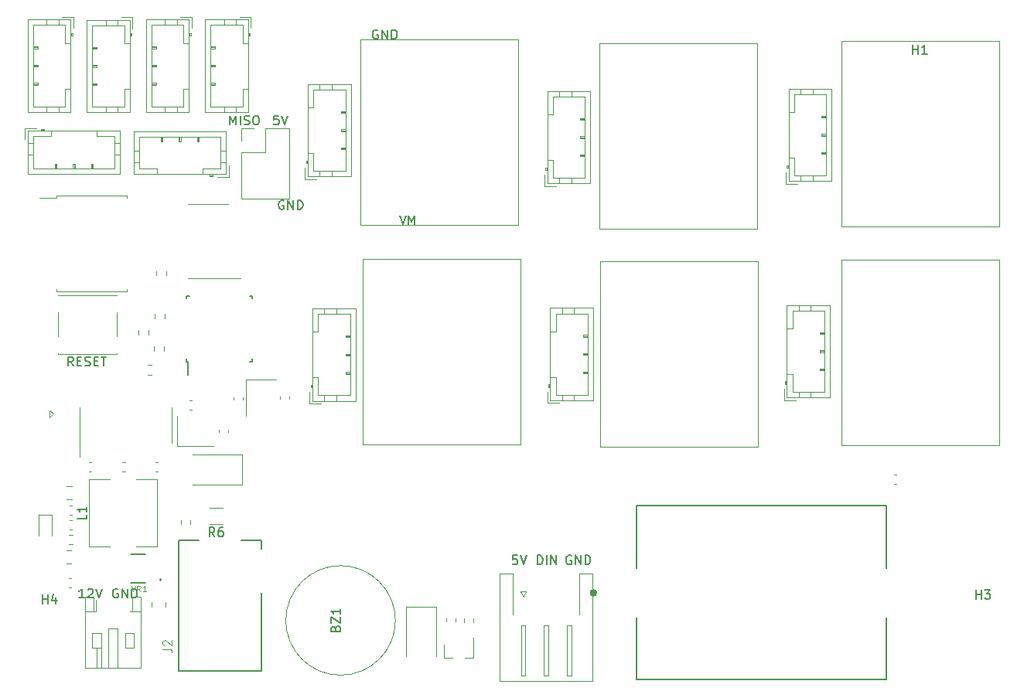
<source format=gbr>
%TF.GenerationSoftware,KiCad,Pcbnew,(6.0.6)*%
%TF.CreationDate,2022-07-28T15:02:35+08:00*%
%TF.ProjectId,Motor_clock,4d6f746f-725f-4636-9c6f-636b2e6b6963,rev?*%
%TF.SameCoordinates,Original*%
%TF.FileFunction,Legend,Top*%
%TF.FilePolarity,Positive*%
%FSLAX46Y46*%
G04 Gerber Fmt 4.6, Leading zero omitted, Abs format (unit mm)*
G04 Created by KiCad (PCBNEW (6.0.6)) date 2022-07-28 15:02:35*
%MOMM*%
%LPD*%
G01*
G04 APERTURE LIST*
%ADD10C,0.150000*%
%ADD11C,0.015000*%
%ADD12C,0.127000*%
%ADD13C,0.200000*%
%ADD14C,0.400000*%
%ADD15C,0.120000*%
G04 APERTURE END LIST*
D10*
X166590790Y-116428780D02*
X166590790Y-115428780D01*
X166828885Y-115428780D01*
X166971742Y-115476400D01*
X167066980Y-115571638D01*
X167114600Y-115666876D01*
X167162219Y-115857352D01*
X167162219Y-116000209D01*
X167114600Y-116190685D01*
X167066980Y-116285923D01*
X166971742Y-116381161D01*
X166828885Y-116428780D01*
X166590790Y-116428780D01*
X167590790Y-116428780D02*
X167590790Y-115428780D01*
X168066980Y-116428780D02*
X168066980Y-115428780D01*
X168638409Y-116428780D01*
X168638409Y-115428780D01*
X170281695Y-115476400D02*
X170186457Y-115428780D01*
X170043600Y-115428780D01*
X169900742Y-115476400D01*
X169805504Y-115571638D01*
X169757885Y-115666876D01*
X169710266Y-115857352D01*
X169710266Y-116000209D01*
X169757885Y-116190685D01*
X169805504Y-116285923D01*
X169900742Y-116381161D01*
X170043600Y-116428780D01*
X170138838Y-116428780D01*
X170281695Y-116381161D01*
X170329314Y-116333542D01*
X170329314Y-116000209D01*
X170138838Y-116000209D01*
X170757885Y-116428780D02*
X170757885Y-115428780D01*
X171329314Y-116428780D01*
X171329314Y-115428780D01*
X171805504Y-116428780D02*
X171805504Y-115428780D01*
X172043600Y-115428780D01*
X172186457Y-115476400D01*
X172281695Y-115571638D01*
X172329314Y-115666876D01*
X172376933Y-115857352D01*
X172376933Y-116000209D01*
X172329314Y-116190685D01*
X172281695Y-116285923D01*
X172186457Y-116381161D01*
X172043600Y-116428780D01*
X171805504Y-116428780D01*
X138239523Y-67270380D02*
X137763333Y-67270380D01*
X137715714Y-67746571D01*
X137763333Y-67698952D01*
X137858571Y-67651333D01*
X138096666Y-67651333D01*
X138191904Y-67698952D01*
X138239523Y-67746571D01*
X138287142Y-67841809D01*
X138287142Y-68079904D01*
X138239523Y-68175142D01*
X138191904Y-68222761D01*
X138096666Y-68270380D01*
X137858571Y-68270380D01*
X137763333Y-68222761D01*
X137715714Y-68175142D01*
X138572857Y-67270380D02*
X138906190Y-68270380D01*
X139239523Y-67270380D01*
X151495238Y-78192380D02*
X151828571Y-79192380D01*
X152161904Y-78192380D01*
X152495238Y-79192380D02*
X152495238Y-78192380D01*
X152828571Y-78906666D01*
X153161904Y-78192380D01*
X153161904Y-79192380D01*
X164376123Y-115428780D02*
X163899933Y-115428780D01*
X163852314Y-115904971D01*
X163899933Y-115857352D01*
X163995171Y-115809733D01*
X164233266Y-115809733D01*
X164328504Y-115857352D01*
X164376123Y-115904971D01*
X164423742Y-116000209D01*
X164423742Y-116238304D01*
X164376123Y-116333542D01*
X164328504Y-116381161D01*
X164233266Y-116428780D01*
X163995171Y-116428780D01*
X163899933Y-116381161D01*
X163852314Y-116333542D01*
X164709457Y-115428780D02*
X165042790Y-116428780D01*
X165376123Y-115428780D01*
X120650095Y-119134000D02*
X120554857Y-119086380D01*
X120412000Y-119086380D01*
X120269142Y-119134000D01*
X120173904Y-119229238D01*
X120126285Y-119324476D01*
X120078666Y-119514952D01*
X120078666Y-119657809D01*
X120126285Y-119848285D01*
X120173904Y-119943523D01*
X120269142Y-120038761D01*
X120412000Y-120086380D01*
X120507238Y-120086380D01*
X120650095Y-120038761D01*
X120697714Y-119991142D01*
X120697714Y-119657809D01*
X120507238Y-119657809D01*
X121126285Y-120086380D02*
X121126285Y-119086380D01*
X121697714Y-120086380D01*
X121697714Y-119086380D01*
X122173904Y-120086380D02*
X122173904Y-119086380D01*
X122412000Y-119086380D01*
X122554857Y-119134000D01*
X122650095Y-119229238D01*
X122697714Y-119324476D01*
X122745333Y-119514952D01*
X122745333Y-119657809D01*
X122697714Y-119848285D01*
X122650095Y-119943523D01*
X122554857Y-120038761D01*
X122412000Y-120086380D01*
X122173904Y-120086380D01*
X149098095Y-57920000D02*
X149002857Y-57872380D01*
X148860000Y-57872380D01*
X148717142Y-57920000D01*
X148621904Y-58015238D01*
X148574285Y-58110476D01*
X148526666Y-58300952D01*
X148526666Y-58443809D01*
X148574285Y-58634285D01*
X148621904Y-58729523D01*
X148717142Y-58824761D01*
X148860000Y-58872380D01*
X148955238Y-58872380D01*
X149098095Y-58824761D01*
X149145714Y-58777142D01*
X149145714Y-58443809D01*
X148955238Y-58443809D01*
X149574285Y-58872380D02*
X149574285Y-57872380D01*
X150145714Y-58872380D01*
X150145714Y-57872380D01*
X150621904Y-58872380D02*
X150621904Y-57872380D01*
X150860000Y-57872380D01*
X151002857Y-57920000D01*
X151098095Y-58015238D01*
X151145714Y-58110476D01*
X151193333Y-58300952D01*
X151193333Y-58443809D01*
X151145714Y-58634285D01*
X151098095Y-58729523D01*
X151002857Y-58824761D01*
X150860000Y-58872380D01*
X150621904Y-58872380D01*
X132921571Y-68270380D02*
X132921571Y-67270380D01*
X133254904Y-67984666D01*
X133588238Y-67270380D01*
X133588238Y-68270380D01*
X134064428Y-68270380D02*
X134064428Y-67270380D01*
X134493000Y-68222761D02*
X134635857Y-68270380D01*
X134873952Y-68270380D01*
X134969190Y-68222761D01*
X135016809Y-68175142D01*
X135064428Y-68079904D01*
X135064428Y-67984666D01*
X135016809Y-67889428D01*
X134969190Y-67841809D01*
X134873952Y-67794190D01*
X134683476Y-67746571D01*
X134588238Y-67698952D01*
X134540619Y-67651333D01*
X134493000Y-67556095D01*
X134493000Y-67460857D01*
X134540619Y-67365619D01*
X134588238Y-67318000D01*
X134683476Y-67270380D01*
X134921571Y-67270380D01*
X135064428Y-67318000D01*
X135683476Y-67270380D02*
X135873952Y-67270380D01*
X135969190Y-67318000D01*
X136064428Y-67413238D01*
X136112047Y-67603714D01*
X136112047Y-67937047D01*
X136064428Y-68127523D01*
X135969190Y-68222761D01*
X135873952Y-68270380D01*
X135683476Y-68270380D01*
X135588238Y-68222761D01*
X135493000Y-68127523D01*
X135445380Y-67937047D01*
X135445380Y-67603714D01*
X135493000Y-67413238D01*
X135588238Y-67318000D01*
X135683476Y-67270380D01*
X115768619Y-94686380D02*
X115435285Y-94210190D01*
X115197190Y-94686380D02*
X115197190Y-93686380D01*
X115578142Y-93686380D01*
X115673380Y-93734000D01*
X115721000Y-93781619D01*
X115768619Y-93876857D01*
X115768619Y-94019714D01*
X115721000Y-94114952D01*
X115673380Y-94162571D01*
X115578142Y-94210190D01*
X115197190Y-94210190D01*
X116197190Y-94162571D02*
X116530523Y-94162571D01*
X116673380Y-94686380D02*
X116197190Y-94686380D01*
X116197190Y-93686380D01*
X116673380Y-93686380D01*
X117054333Y-94638761D02*
X117197190Y-94686380D01*
X117435285Y-94686380D01*
X117530523Y-94638761D01*
X117578142Y-94591142D01*
X117625761Y-94495904D01*
X117625761Y-94400666D01*
X117578142Y-94305428D01*
X117530523Y-94257809D01*
X117435285Y-94210190D01*
X117244809Y-94162571D01*
X117149571Y-94114952D01*
X117101952Y-94067333D01*
X117054333Y-93972095D01*
X117054333Y-93876857D01*
X117101952Y-93781619D01*
X117149571Y-93734000D01*
X117244809Y-93686380D01*
X117482904Y-93686380D01*
X117625761Y-93734000D01*
X118054333Y-94162571D02*
X118387666Y-94162571D01*
X118530523Y-94686380D02*
X118054333Y-94686380D01*
X118054333Y-93686380D01*
X118530523Y-93686380D01*
X118816238Y-93686380D02*
X119387666Y-93686380D01*
X119101952Y-94686380D02*
X119101952Y-93686380D01*
X116982952Y-120086380D02*
X116411523Y-120086380D01*
X116697238Y-120086380D02*
X116697238Y-119086380D01*
X116602000Y-119229238D01*
X116506761Y-119324476D01*
X116411523Y-119372095D01*
X117363904Y-119181619D02*
X117411523Y-119134000D01*
X117506761Y-119086380D01*
X117744857Y-119086380D01*
X117840095Y-119134000D01*
X117887714Y-119181619D01*
X117935333Y-119276857D01*
X117935333Y-119372095D01*
X117887714Y-119514952D01*
X117316285Y-120086380D01*
X117935333Y-120086380D01*
X118221047Y-119086380D02*
X118554380Y-120086380D01*
X118887714Y-119086380D01*
X138811095Y-76589000D02*
X138715857Y-76541380D01*
X138573000Y-76541380D01*
X138430142Y-76589000D01*
X138334904Y-76684238D01*
X138287285Y-76779476D01*
X138239666Y-76969952D01*
X138239666Y-77112809D01*
X138287285Y-77303285D01*
X138334904Y-77398523D01*
X138430142Y-77493761D01*
X138573000Y-77541380D01*
X138668238Y-77541380D01*
X138811095Y-77493761D01*
X138858714Y-77446142D01*
X138858714Y-77112809D01*
X138668238Y-77112809D01*
X139287285Y-77541380D02*
X139287285Y-76541380D01*
X139858714Y-77541380D01*
X139858714Y-76541380D01*
X140334904Y-77541380D02*
X140334904Y-76541380D01*
X140573000Y-76541380D01*
X140715857Y-76589000D01*
X140811095Y-76684238D01*
X140858714Y-76779476D01*
X140906333Y-76969952D01*
X140906333Y-77112809D01*
X140858714Y-77303285D01*
X140811095Y-77398523D01*
X140715857Y-77493761D01*
X140573000Y-77541380D01*
X140334904Y-77541380D01*
D11*
%TO.C,VR1*%
X122129904Y-118755923D02*
X122343238Y-119395923D01*
X122556571Y-118755923D01*
X123135619Y-119395923D02*
X122922285Y-119091161D01*
X122769904Y-119395923D02*
X122769904Y-118755923D01*
X123013714Y-118755923D01*
X123074666Y-118786400D01*
X123105142Y-118816876D01*
X123135619Y-118877828D01*
X123135619Y-118969257D01*
X123105142Y-119030209D01*
X123074666Y-119060685D01*
X123013714Y-119091161D01*
X122769904Y-119091161D01*
X123745142Y-119395923D02*
X123379428Y-119395923D01*
X123562285Y-119395923D02*
X123562285Y-118755923D01*
X123501333Y-118847352D01*
X123440380Y-118908304D01*
X123379428Y-118938780D01*
D10*
%TO.C,L1*%
X117211180Y-110965466D02*
X117211180Y-111441657D01*
X116211180Y-111441657D01*
X117211180Y-110108323D02*
X117211180Y-110679752D01*
X117211180Y-110394038D02*
X116211180Y-110394038D01*
X116354038Y-110489276D01*
X116449276Y-110584514D01*
X116496895Y-110679752D01*
D11*
%TO.C,J2*%
X125561170Y-125710833D02*
X126275456Y-125710833D01*
X126418313Y-125758452D01*
X126513551Y-125853690D01*
X126561170Y-125996547D01*
X126561170Y-126091785D01*
X125656409Y-125282261D02*
X125608790Y-125234642D01*
X125561170Y-125139404D01*
X125561170Y-124901309D01*
X125608790Y-124806071D01*
X125656409Y-124758452D01*
X125751647Y-124710833D01*
X125846885Y-124710833D01*
X125989742Y-124758452D01*
X126561170Y-125329880D01*
X126561170Y-124710833D01*
D10*
%TO.C,H4*%
X112395095Y-120712380D02*
X112395095Y-119712380D01*
X112395095Y-120188571D02*
X112966523Y-120188571D01*
X112966523Y-120712380D02*
X112966523Y-119712380D01*
X113871285Y-120045714D02*
X113871285Y-120712380D01*
X113633190Y-119664761D02*
X113395095Y-120379047D01*
X114014142Y-120379047D01*
%TO.C,BZ1*%
X144462571Y-123435952D02*
X144510190Y-123293095D01*
X144557809Y-123245476D01*
X144653047Y-123197857D01*
X144795904Y-123197857D01*
X144891142Y-123245476D01*
X144938761Y-123293095D01*
X144986380Y-123388333D01*
X144986380Y-123769285D01*
X143986380Y-123769285D01*
X143986380Y-123435952D01*
X144034000Y-123340714D01*
X144081619Y-123293095D01*
X144176857Y-123245476D01*
X144272095Y-123245476D01*
X144367333Y-123293095D01*
X144414952Y-123340714D01*
X144462571Y-123435952D01*
X144462571Y-123769285D01*
X143986380Y-122864523D02*
X143986380Y-122197857D01*
X144986380Y-122864523D01*
X144986380Y-122197857D01*
X144986380Y-121293095D02*
X144986380Y-121864523D01*
X144986380Y-121578809D02*
X143986380Y-121578809D01*
X144129238Y-121674047D01*
X144224476Y-121769285D01*
X144272095Y-121864523D01*
%TO.C,H3*%
X214579295Y-120204380D02*
X214579295Y-119204380D01*
X214579295Y-119680571D02*
X215150723Y-119680571D01*
X215150723Y-120204380D02*
X215150723Y-119204380D01*
X215531676Y-119204380D02*
X216150723Y-119204380D01*
X215817390Y-119585333D01*
X215960247Y-119585333D01*
X216055485Y-119632952D01*
X216103104Y-119680571D01*
X216150723Y-119775809D01*
X216150723Y-120013904D01*
X216103104Y-120109142D01*
X216055485Y-120156761D01*
X215960247Y-120204380D01*
X215674533Y-120204380D01*
X215579295Y-120156761D01*
X215531676Y-120109142D01*
%TO.C,H1*%
X207670495Y-60514380D02*
X207670495Y-59514380D01*
X207670495Y-59990571D02*
X208241923Y-59990571D01*
X208241923Y-60514380D02*
X208241923Y-59514380D01*
X209241923Y-60514380D02*
X208670495Y-60514380D01*
X208956209Y-60514380D02*
X208956209Y-59514380D01*
X208860971Y-59657238D01*
X208765733Y-59752476D01*
X208670495Y-59800095D01*
%TO.C,R6*%
X131242233Y-113371980D02*
X130908900Y-112895790D01*
X130670804Y-113371980D02*
X130670804Y-112371980D01*
X131051757Y-112371980D01*
X131146995Y-112419600D01*
X131194614Y-112467219D01*
X131242233Y-112562457D01*
X131242233Y-112705314D01*
X131194614Y-112800552D01*
X131146995Y-112848171D01*
X131051757Y-112895790D01*
X130670804Y-112895790D01*
X132099376Y-112371980D02*
X131908900Y-112371980D01*
X131813661Y-112419600D01*
X131766042Y-112467219D01*
X131670804Y-112610076D01*
X131623185Y-112800552D01*
X131623185Y-113181504D01*
X131670804Y-113276742D01*
X131718423Y-113324361D01*
X131813661Y-113371980D01*
X132004138Y-113371980D01*
X132099376Y-113324361D01*
X132146995Y-113276742D01*
X132194614Y-113181504D01*
X132194614Y-112943409D01*
X132146995Y-112848171D01*
X132099376Y-112800552D01*
X132004138Y-112752933D01*
X131813661Y-112752933D01*
X131718423Y-112800552D01*
X131670804Y-112848171D01*
X131623185Y-112943409D01*
D12*
%TO.C,VR1*%
X123700000Y-118465000D02*
X122100000Y-118465000D01*
X123700000Y-115335000D02*
X122100000Y-115335000D01*
D13*
X125400000Y-118100000D02*
G75*
G03*
X125400000Y-118100000I-100000J0D01*
G01*
D12*
%TO.C,BT1*%
X204734800Y-122252400D02*
X204734800Y-129057400D01*
X177434800Y-110007400D02*
X204734800Y-110007400D01*
X204734800Y-110007400D02*
X204734800Y-116812400D01*
X204734800Y-129057400D02*
X177434800Y-129057400D01*
X177434800Y-129057400D02*
X177434800Y-122252400D01*
X177434800Y-116812400D02*
X177434800Y-110007400D01*
D14*
X172909800Y-119532400D02*
G75*
G03*
X172909800Y-119532400I-200000J0D01*
G01*
D15*
%TO.C,C1*%
X205586420Y-106551000D02*
X205867580Y-106551000D01*
X205586420Y-107571000D02*
X205867580Y-107571000D01*
%TO.C,C2*%
X115640580Y-112610000D02*
X115359420Y-112610000D01*
X115640580Y-111590000D02*
X115359420Y-111590000D01*
%TO.C,C3*%
X133348000Y-98388080D02*
X133348000Y-98106920D01*
X134368000Y-98388080D02*
X134368000Y-98106920D01*
%TO.C,C4*%
X115640580Y-111010000D02*
X115359420Y-111010000D01*
X115640580Y-109990000D02*
X115359420Y-109990000D01*
%TO.C,C5*%
X115591752Y-109335000D02*
X115069248Y-109335000D01*
X115591752Y-107865000D02*
X115069248Y-107865000D01*
%TO.C,C6*%
X138364500Y-98298580D02*
X138364500Y-98017420D01*
X139384500Y-98298580D02*
X139384500Y-98017420D01*
%TO.C,C7*%
X124360000Y-121104252D02*
X124360000Y-120581748D01*
X125830000Y-121104252D02*
X125830000Y-120581748D01*
%TO.C,C8*%
X115540580Y-117890000D02*
X115259420Y-117890000D01*
X115540580Y-118910000D02*
X115259420Y-118910000D01*
%TO.C,C9*%
X115561252Y-114865000D02*
X115038748Y-114865000D01*
X115561252Y-116335000D02*
X115038748Y-116335000D01*
%TO.C,D1*%
X111965000Y-111015000D02*
X111965000Y-113300000D01*
X113435000Y-113300000D02*
X113435000Y-111015000D01*
X113435000Y-111015000D02*
X111965000Y-111015000D01*
%TO.C,J1*%
X164727600Y-119362800D02*
X165327600Y-119362800D01*
X171167600Y-117452800D02*
X171167600Y-121952800D01*
X165327600Y-119362800D02*
X165027600Y-119962800D01*
X167777600Y-123062800D02*
X167277600Y-123062800D01*
X165027600Y-119962800D02*
X164727600Y-119362800D01*
X162467600Y-117452800D02*
X163887600Y-117452800D01*
X167277600Y-123062800D02*
X167277600Y-128562800D01*
X165277600Y-128562800D02*
X165277600Y-123062800D01*
X172587600Y-129172800D02*
X172587600Y-117452800D01*
X163887600Y-117452800D02*
X163887600Y-121952800D01*
X162467600Y-129172800D02*
X162467600Y-117452800D01*
X167277600Y-128562800D02*
X167777600Y-128562800D01*
X167527600Y-129172800D02*
X172587600Y-129172800D01*
X167527600Y-129172800D02*
X162467600Y-129172800D01*
X167777600Y-128562800D02*
X167777600Y-123062800D01*
X164777600Y-123062800D02*
X164777600Y-128562800D01*
X170277600Y-128562800D02*
X170277600Y-123062800D01*
X165277600Y-123062800D02*
X164777600Y-123062800D01*
X164777600Y-128562800D02*
X165277600Y-128562800D01*
X172587600Y-117452800D02*
X171167600Y-117452800D01*
X169777600Y-123062800D02*
X169777600Y-128562800D01*
X170277600Y-123062800D02*
X169777600Y-123062800D01*
X169777600Y-128562800D02*
X170277600Y-128562800D01*
%TO.C,J3*%
X117066000Y-119952000D02*
X117066000Y-127772000D01*
X122266000Y-119952000D02*
X122266000Y-121552000D01*
X117066000Y-127772000D02*
X123186000Y-127772000D01*
X119626000Y-127772000D02*
X119626000Y-123412000D01*
X117066000Y-121552000D02*
X117986000Y-121552000D01*
X121426000Y-125512000D02*
X121426000Y-123912000D01*
X117986000Y-121552000D02*
X117986000Y-119952000D01*
X122426000Y-123912000D02*
X122426000Y-125512000D01*
X117826000Y-125512000D02*
X118826000Y-125512000D01*
X118826000Y-125512000D02*
X118826000Y-123912000D01*
X120626000Y-123412000D02*
X120626000Y-127772000D01*
X117986000Y-119952000D02*
X117066000Y-119952000D01*
X118826000Y-125512000D02*
X118826000Y-127772000D01*
X119626000Y-123412000D02*
X120626000Y-123412000D01*
X117826000Y-123912000D02*
X117826000Y-125512000D01*
X118326000Y-125512000D02*
X118326000Y-127772000D01*
X121426000Y-123912000D02*
X122426000Y-123912000D01*
X122266000Y-121552000D02*
X121986000Y-121552000D01*
X123186000Y-121552000D02*
X122266000Y-121552000D01*
X123186000Y-127772000D02*
X123186000Y-119952000D01*
X118826000Y-123912000D02*
X117826000Y-123912000D01*
X118266000Y-121552000D02*
X117986000Y-121552000D01*
X118266000Y-121552000D02*
X118266000Y-120337000D01*
X123186000Y-119952000D02*
X122266000Y-119952000D01*
X122426000Y-125512000D02*
X121426000Y-125512000D01*
%TO.C,J4*%
X139379000Y-68647000D02*
X139379000Y-76387000D01*
X134179000Y-71247000D02*
X134179000Y-76387000D01*
X134179000Y-69977000D02*
X134179000Y-68647000D01*
X134179000Y-76387000D02*
X139379000Y-76387000D01*
X136779000Y-71247000D02*
X136779000Y-68647000D01*
X134179000Y-68647000D02*
X135509000Y-68647000D01*
X136779000Y-68647000D02*
X139379000Y-68647000D01*
X134179000Y-71247000D02*
X136779000Y-71247000D01*
%TO.C,J5*%
X193697000Y-96675500D02*
X193897000Y-96675500D01*
X194507000Y-90575500D02*
X193897000Y-90575500D01*
X197507000Y-93175500D02*
X197507000Y-92975500D01*
X198617000Y-88015500D02*
X193897000Y-88015500D01*
X193597000Y-98435500D02*
X194847000Y-98435500D01*
X198617000Y-98135500D02*
X198617000Y-88015500D01*
X194507000Y-88625500D02*
X194507000Y-90575500D01*
X198007000Y-93175500D02*
X197507000Y-93175500D01*
X198007000Y-88625500D02*
X194507000Y-88625500D01*
X193897000Y-98135500D02*
X198617000Y-98135500D01*
X198007000Y-95175500D02*
X197507000Y-95175500D01*
X196507000Y-88015500D02*
X196507000Y-88625500D01*
X198007000Y-95075500D02*
X197507000Y-95075500D01*
X197507000Y-94975500D02*
X198007000Y-94975500D01*
X195207000Y-88015500D02*
X195207000Y-88625500D01*
X197507000Y-90975500D02*
X198007000Y-90975500D01*
X194507000Y-95575500D02*
X194507000Y-97525500D01*
X194507000Y-97525500D02*
X198007000Y-97525500D01*
X196507000Y-98135500D02*
X196507000Y-97525500D01*
X193597000Y-97185500D02*
X193597000Y-98435500D01*
X198007000Y-91075500D02*
X197507000Y-91075500D01*
X193797000Y-96375500D02*
X193797000Y-96675500D01*
X197507000Y-91175500D02*
X197507000Y-90975500D01*
X198007000Y-97525500D02*
X198007000Y-88625500D01*
X193897000Y-96375500D02*
X193697000Y-96375500D01*
X195207000Y-98135500D02*
X195207000Y-97525500D01*
X193697000Y-96375500D02*
X193697000Y-96675500D01*
X197507000Y-95175500D02*
X197507000Y-94975500D01*
X198007000Y-93075500D02*
X197507000Y-93075500D01*
X193897000Y-88015500D02*
X193897000Y-98135500D01*
X197507000Y-92975500D02*
X198007000Y-92975500D01*
X193897000Y-95575500D02*
X194507000Y-95575500D01*
X198007000Y-91175500D02*
X197507000Y-91175500D01*
%TO.C,J6*%
X145564000Y-95556500D02*
X145564000Y-95356500D01*
X141954000Y-96756500D02*
X141754000Y-96756500D01*
X146064000Y-97906500D02*
X146064000Y-89006500D01*
X142564000Y-95956500D02*
X142564000Y-97906500D01*
X141854000Y-96756500D02*
X141854000Y-97056500D01*
X146674000Y-98516500D02*
X146674000Y-88396500D01*
X145564000Y-93356500D02*
X146064000Y-93356500D01*
X144564000Y-98516500D02*
X144564000Y-97906500D01*
X146064000Y-91556500D02*
X145564000Y-91556500D01*
X145564000Y-91556500D02*
X145564000Y-91356500D01*
X141954000Y-95956500D02*
X142564000Y-95956500D01*
X146064000Y-89006500D02*
X142564000Y-89006500D01*
X145564000Y-93556500D02*
X145564000Y-93356500D01*
X142564000Y-90956500D02*
X141954000Y-90956500D01*
X146064000Y-95456500D02*
X145564000Y-95456500D01*
X146064000Y-93556500D02*
X145564000Y-93556500D01*
X145564000Y-95356500D02*
X146064000Y-95356500D01*
X141654000Y-98816500D02*
X142904000Y-98816500D01*
X146064000Y-95556500D02*
X145564000Y-95556500D01*
X142564000Y-97906500D02*
X146064000Y-97906500D01*
X146064000Y-93456500D02*
X145564000Y-93456500D01*
X145564000Y-91356500D02*
X146064000Y-91356500D01*
X141654000Y-97566500D02*
X141654000Y-98816500D01*
X144564000Y-88396500D02*
X144564000Y-89006500D01*
X143264000Y-98516500D02*
X143264000Y-97906500D01*
X141954000Y-98516500D02*
X146674000Y-98516500D01*
X142564000Y-89006500D02*
X142564000Y-90956500D01*
X146064000Y-91456500D02*
X145564000Y-91456500D01*
X141754000Y-96756500D02*
X141754000Y-97056500D01*
X146674000Y-88396500D02*
X141954000Y-88396500D01*
X141954000Y-88396500D02*
X141954000Y-98516500D01*
X141754000Y-97056500D02*
X141954000Y-97056500D01*
X143264000Y-88396500D02*
X143264000Y-89006500D01*
%TO.C,J7*%
X198807500Y-74450000D02*
X198807500Y-64330000D01*
X194087500Y-71890000D02*
X194697500Y-71890000D01*
X197697500Y-67490000D02*
X197697500Y-67290000D01*
X198197500Y-71390000D02*
X197697500Y-71390000D01*
X198197500Y-73840000D02*
X198197500Y-64940000D01*
X196697500Y-64330000D02*
X196697500Y-64940000D01*
X193787500Y-74750000D02*
X195037500Y-74750000D01*
X198197500Y-67390000D02*
X197697500Y-67390000D01*
X198197500Y-67490000D02*
X197697500Y-67490000D01*
X198197500Y-69490000D02*
X197697500Y-69490000D01*
X194697500Y-71890000D02*
X194697500Y-73840000D01*
X198197500Y-71490000D02*
X197697500Y-71490000D01*
X197697500Y-69490000D02*
X197697500Y-69290000D01*
X194697500Y-64940000D02*
X194697500Y-66890000D01*
X195397500Y-64330000D02*
X195397500Y-64940000D01*
X198807500Y-64330000D02*
X194087500Y-64330000D01*
X197697500Y-71490000D02*
X197697500Y-71290000D01*
X194087500Y-72690000D02*
X193887500Y-72690000D01*
X198197500Y-69390000D02*
X197697500Y-69390000D01*
X197697500Y-71290000D02*
X198197500Y-71290000D01*
X198197500Y-64940000D02*
X194697500Y-64940000D01*
X197697500Y-69290000D02*
X198197500Y-69290000D01*
X193987500Y-72690000D02*
X193987500Y-72990000D01*
X194087500Y-74450000D02*
X198807500Y-74450000D01*
X196697500Y-74450000D02*
X196697500Y-73840000D01*
X197697500Y-67290000D02*
X198197500Y-67290000D01*
X194697500Y-66890000D02*
X194087500Y-66890000D01*
X195397500Y-74450000D02*
X195397500Y-73840000D01*
X194697500Y-73840000D02*
X198197500Y-73840000D01*
X193787500Y-73500000D02*
X193787500Y-74750000D01*
X194087500Y-64330000D02*
X194087500Y-74450000D01*
X193887500Y-72990000D02*
X194087500Y-72990000D01*
X193887500Y-72690000D02*
X193887500Y-72990000D01*
%TO.C,J8*%
X142056000Y-66382000D02*
X141446000Y-66382000D01*
X141446000Y-63822000D02*
X141446000Y-73942000D01*
X145556000Y-66882000D02*
X145056000Y-66882000D01*
X141446000Y-72182000D02*
X141246000Y-72182000D01*
X141246000Y-72182000D02*
X141246000Y-72482000D01*
X141246000Y-72482000D02*
X141446000Y-72482000D01*
X142056000Y-73332000D02*
X145556000Y-73332000D01*
X145056000Y-68782000D02*
X145556000Y-68782000D01*
X146166000Y-73942000D02*
X146166000Y-63822000D01*
X142756000Y-63822000D02*
X142756000Y-64432000D01*
X144056000Y-73942000D02*
X144056000Y-73332000D01*
X144056000Y-63822000D02*
X144056000Y-64432000D01*
X145056000Y-66982000D02*
X145056000Y-66782000D01*
X141446000Y-71382000D02*
X142056000Y-71382000D01*
X146166000Y-63822000D02*
X141446000Y-63822000D01*
X145056000Y-70982000D02*
X145056000Y-70782000D01*
X145556000Y-68882000D02*
X145056000Y-68882000D01*
X141146000Y-72992000D02*
X141146000Y-74242000D01*
X145056000Y-68982000D02*
X145056000Y-68782000D01*
X141446000Y-73942000D02*
X146166000Y-73942000D01*
X145556000Y-66982000D02*
X145056000Y-66982000D01*
X145556000Y-70982000D02*
X145056000Y-70982000D01*
X145556000Y-70882000D02*
X145056000Y-70882000D01*
X142056000Y-71382000D02*
X142056000Y-73332000D01*
X145556000Y-73332000D02*
X145556000Y-64432000D01*
X145556000Y-64432000D02*
X142056000Y-64432000D01*
X141346000Y-72182000D02*
X141346000Y-72482000D01*
X142056000Y-64432000D02*
X142056000Y-66382000D01*
X145056000Y-66782000D02*
X145556000Y-66782000D01*
X145056000Y-70782000D02*
X145556000Y-70782000D01*
X145556000Y-68982000D02*
X145056000Y-68982000D01*
X142756000Y-73942000D02*
X142756000Y-73332000D01*
X141146000Y-74242000D02*
X142396000Y-74242000D01*
%TO.C,J9*%
X172709000Y-98453000D02*
X172709000Y-88333000D01*
X167989000Y-88333000D02*
X167989000Y-98453000D01*
X171599000Y-95493000D02*
X171599000Y-95293000D01*
X169299000Y-98453000D02*
X169299000Y-97843000D01*
X172099000Y-95493000D02*
X171599000Y-95493000D01*
X167889000Y-96693000D02*
X167889000Y-96993000D01*
X172099000Y-93393000D02*
X171599000Y-93393000D01*
X169299000Y-88333000D02*
X169299000Y-88943000D01*
X168599000Y-90893000D02*
X167989000Y-90893000D01*
X167989000Y-95893000D02*
X168599000Y-95893000D01*
X168599000Y-97843000D02*
X172099000Y-97843000D01*
X172099000Y-93493000D02*
X171599000Y-93493000D01*
X167989000Y-98453000D02*
X172709000Y-98453000D01*
X170599000Y-98453000D02*
X170599000Y-97843000D01*
X172099000Y-95393000D02*
X171599000Y-95393000D01*
X172099000Y-91493000D02*
X171599000Y-91493000D01*
X167989000Y-96693000D02*
X167789000Y-96693000D01*
X170599000Y-88333000D02*
X170599000Y-88943000D01*
X171599000Y-91493000D02*
X171599000Y-91293000D01*
X168599000Y-88943000D02*
X168599000Y-90893000D01*
X171599000Y-93493000D02*
X171599000Y-93293000D01*
X168599000Y-95893000D02*
X168599000Y-97843000D01*
X172709000Y-88333000D02*
X167989000Y-88333000D01*
X172099000Y-97843000D02*
X172099000Y-88943000D01*
X171599000Y-93293000D02*
X172099000Y-93293000D01*
X167789000Y-96993000D02*
X167989000Y-96993000D01*
X171599000Y-95293000D02*
X172099000Y-95293000D01*
X167689000Y-98753000D02*
X168939000Y-98753000D01*
X172099000Y-91393000D02*
X171599000Y-91393000D01*
X171599000Y-91293000D02*
X172099000Y-91293000D01*
X167689000Y-97503000D02*
X167689000Y-98753000D01*
X167789000Y-96693000D02*
X167789000Y-96993000D01*
X172099000Y-88943000D02*
X168599000Y-88943000D01*
%TO.C,J10*%
X168281500Y-67144000D02*
X167671500Y-67144000D01*
X171781500Y-71744000D02*
X171281500Y-71744000D01*
X172391500Y-74704000D02*
X172391500Y-64584000D01*
X171781500Y-69644000D02*
X171281500Y-69644000D01*
X170281500Y-64584000D02*
X170281500Y-65194000D01*
X168981500Y-74704000D02*
X168981500Y-74094000D01*
X171781500Y-74094000D02*
X171781500Y-65194000D01*
X171781500Y-71644000D02*
X171281500Y-71644000D01*
X167571500Y-72944000D02*
X167571500Y-73244000D01*
X168281500Y-72144000D02*
X168281500Y-74094000D01*
X167671500Y-72944000D02*
X167471500Y-72944000D01*
X167671500Y-72144000D02*
X168281500Y-72144000D01*
X171281500Y-71544000D02*
X171781500Y-71544000D01*
X167471500Y-72944000D02*
X167471500Y-73244000D01*
X167371500Y-73754000D02*
X167371500Y-75004000D01*
X171281500Y-71744000D02*
X171281500Y-71544000D01*
X167471500Y-73244000D02*
X167671500Y-73244000D01*
X171281500Y-69544000D02*
X171781500Y-69544000D01*
X167671500Y-64584000D02*
X167671500Y-74704000D01*
X168281500Y-74094000D02*
X171781500Y-74094000D01*
X171781500Y-67744000D02*
X171281500Y-67744000D01*
X171781500Y-69744000D02*
X171281500Y-69744000D01*
X168281500Y-65194000D02*
X168281500Y-67144000D01*
X168981500Y-64584000D02*
X168981500Y-65194000D01*
X167371500Y-75004000D02*
X168621500Y-75004000D01*
X172391500Y-64584000D02*
X167671500Y-64584000D01*
X171781500Y-67644000D02*
X171281500Y-67644000D01*
X171281500Y-67744000D02*
X171281500Y-67544000D01*
X170281500Y-74704000D02*
X170281500Y-74094000D01*
X171281500Y-69744000D02*
X171281500Y-69544000D01*
X171781500Y-65194000D02*
X168281500Y-65194000D01*
X167671500Y-74704000D02*
X172391500Y-74704000D01*
X171281500Y-67544000D02*
X171781500Y-67544000D01*
%TO.C,L1*%
X119808800Y-114498800D02*
X117508800Y-114498800D01*
X117508800Y-107098800D02*
X119808800Y-107098800D01*
X124908800Y-114498800D02*
X122608800Y-114498800D01*
X124908800Y-107098800D02*
X124908800Y-114498800D01*
X122608800Y-107098800D02*
X124908800Y-107098800D01*
X117508800Y-114498800D02*
X117508800Y-107098800D01*
%TO.C,R1*%
X122921500Y-90758742D02*
X122921500Y-91233258D01*
X123966500Y-90758742D02*
X123966500Y-91233258D01*
%TO.C,R2*%
X125922300Y-84780658D02*
X125922300Y-84306142D01*
X124877300Y-84780658D02*
X124877300Y-84306142D01*
%TO.C,R3*%
X125681000Y-93011258D02*
X125681000Y-92536742D01*
X124636000Y-93011258D02*
X124636000Y-92536742D01*
%TO.C,R4*%
X123905742Y-94600500D02*
X124380258Y-94600500D01*
X123905742Y-95645500D02*
X124380258Y-95645500D01*
%TO.C,R5*%
X124699500Y-89455258D02*
X124699500Y-88980742D01*
X125744500Y-89455258D02*
X125744500Y-88980742D01*
%TO.C,R7*%
X128563900Y-111560342D02*
X128563900Y-112034858D01*
X127518900Y-111560342D02*
X127518900Y-112034858D01*
%TO.C,R8*%
X115737258Y-114222500D02*
X115262742Y-114222500D01*
X115737258Y-113177500D02*
X115262742Y-113177500D01*
%TO.C,SW2*%
X114080000Y-86904000D02*
X120540000Y-86904000D01*
X114080000Y-93364000D02*
X120540000Y-93364000D01*
X120540000Y-88834000D02*
X120540000Y-91434000D01*
X114080000Y-93364000D02*
X114080000Y-93334000D01*
X120540000Y-93364000D02*
X120540000Y-93334000D01*
X120540000Y-86904000D02*
X120540000Y-86934000D01*
X114080000Y-88834000D02*
X114080000Y-91434000D01*
X114080000Y-86934000D02*
X114080000Y-86904000D01*
D10*
%TO.C,U2*%
X128362500Y-94239500D02*
X128362500Y-95664500D01*
X128137500Y-86989500D02*
X128462500Y-86989500D01*
X128137500Y-94239500D02*
X128362500Y-94239500D01*
X128137500Y-86989500D02*
X128137500Y-87314500D01*
X135387500Y-94239500D02*
X135062500Y-94239500D01*
X135387500Y-86989500D02*
X135062500Y-86989500D01*
X135387500Y-86989500D02*
X135387500Y-87314500D01*
X135387500Y-94239500D02*
X135387500Y-93914500D01*
X128137500Y-94239500D02*
X128137500Y-93914500D01*
D15*
%TO.C,Y1*%
X138009000Y-96150500D02*
X134709000Y-96150500D01*
X134709000Y-96150500D02*
X134709000Y-100150500D01*
%TO.C,U3*%
X217170000Y-103378000D02*
X199898000Y-103378000D01*
X199898000Y-83058000D02*
X217170000Y-83058000D01*
X199898000Y-103378000D02*
X199898000Y-83058000D01*
X217170000Y-83058000D02*
X217170000Y-103378000D01*
%TO.C,U4*%
X164719000Y-82931000D02*
X164719000Y-103251000D01*
X147447000Y-82931000D02*
X164719000Y-82931000D01*
X147447000Y-103251000D02*
X147447000Y-82931000D01*
X164719000Y-103251000D02*
X147447000Y-103251000D01*
%TO.C,U5*%
X217106500Y-79375000D02*
X199834500Y-79375000D01*
X217106500Y-59055000D02*
X217106500Y-79375000D01*
X199834500Y-59055000D02*
X217106500Y-59055000D01*
X199834500Y-79375000D02*
X199834500Y-59055000D01*
%TO.C,U6*%
X147193000Y-58928000D02*
X164465000Y-58928000D01*
X164465000Y-79248000D02*
X147193000Y-79248000D01*
X147193000Y-79248000D02*
X147193000Y-58928000D01*
X164465000Y-58928000D02*
X164465000Y-79248000D01*
%TO.C,U7*%
X190754000Y-103505000D02*
X173482000Y-103505000D01*
X173482000Y-83185000D02*
X190754000Y-83185000D01*
X173482000Y-103505000D02*
X173482000Y-83185000D01*
X190754000Y-83185000D02*
X190754000Y-103505000D01*
%TO.C,U8*%
X190627000Y-59309000D02*
X190627000Y-79629000D01*
X173355000Y-79629000D02*
X173355000Y-59309000D01*
X190627000Y-79629000D02*
X173355000Y-79629000D01*
X173355000Y-59309000D02*
X190627000Y-59309000D01*
D12*
%TO.C,J2*%
X127326000Y-128117500D02*
X127326000Y-113817500D01*
X136326000Y-128117500D02*
X127326000Y-128117500D01*
X127326000Y-113817500D02*
X129526000Y-113817500D01*
X136326000Y-119517500D02*
X136326000Y-128117500D01*
X134126000Y-113817500D02*
X136326000Y-113817500D01*
X136326000Y-113817500D02*
X136326000Y-114717500D01*
D15*
%TO.C,J12*%
X134906000Y-58501000D02*
X135106000Y-58501000D01*
X134296000Y-66251000D02*
X134296000Y-64301000D01*
X134296000Y-57351000D02*
X130796000Y-57351000D01*
X134296000Y-64301000D02*
X134906000Y-64301000D01*
X134296000Y-59301000D02*
X134296000Y-57351000D01*
X130796000Y-59701000D02*
X131296000Y-59701000D01*
X130796000Y-63701000D02*
X131296000Y-63701000D01*
X131296000Y-59901000D02*
X130796000Y-59901000D01*
X135106000Y-58201000D02*
X134906000Y-58201000D01*
X131296000Y-61701000D02*
X131296000Y-61901000D01*
X131296000Y-59701000D02*
X131296000Y-59901000D01*
X130186000Y-56741000D02*
X130186000Y-66861000D01*
X130186000Y-66861000D02*
X134906000Y-66861000D01*
X135106000Y-58501000D02*
X135106000Y-58201000D01*
X130796000Y-63801000D02*
X131296000Y-63801000D01*
X131296000Y-63901000D02*
X130796000Y-63901000D01*
X132296000Y-56741000D02*
X132296000Y-57351000D01*
X133596000Y-56741000D02*
X133596000Y-57351000D01*
X135206000Y-56441000D02*
X133956000Y-56441000D01*
X131296000Y-63701000D02*
X131296000Y-63901000D01*
X132296000Y-66861000D02*
X132296000Y-66251000D01*
X130796000Y-59801000D02*
X131296000Y-59801000D01*
X131296000Y-61901000D02*
X130796000Y-61901000D01*
X134906000Y-66861000D02*
X134906000Y-56741000D01*
X135206000Y-57691000D02*
X135206000Y-56441000D01*
X134906000Y-59301000D02*
X134296000Y-59301000D01*
X134906000Y-56741000D02*
X130186000Y-56741000D01*
X130796000Y-61701000D02*
X131296000Y-61701000D01*
X130796000Y-61801000D02*
X131296000Y-61801000D01*
X130796000Y-57351000D02*
X130796000Y-66251000D01*
X135006000Y-58501000D02*
X135006000Y-58201000D01*
X133596000Y-66861000D02*
X133596000Y-66251000D01*
X130796000Y-66251000D02*
X134296000Y-66251000D01*
%TO.C,J13*%
X118342000Y-61733000D02*
X118342000Y-61933000D01*
X122252000Y-57723000D02*
X122252000Y-56473000D01*
X121952000Y-66893000D02*
X121952000Y-56773000D01*
X118342000Y-59733000D02*
X118342000Y-59933000D01*
X122152000Y-58533000D02*
X122152000Y-58233000D01*
X117842000Y-59733000D02*
X118342000Y-59733000D01*
X121342000Y-64333000D02*
X121952000Y-64333000D01*
X117842000Y-63833000D02*
X118342000Y-63833000D01*
X121342000Y-57383000D02*
X117842000Y-57383000D01*
X118342000Y-59933000D02*
X117842000Y-59933000D01*
X118342000Y-63733000D02*
X118342000Y-63933000D01*
X117232000Y-56773000D02*
X117232000Y-66893000D01*
X117842000Y-61833000D02*
X118342000Y-61833000D01*
X117842000Y-66283000D02*
X121342000Y-66283000D01*
X122152000Y-58233000D02*
X121952000Y-58233000D01*
X122252000Y-56473000D02*
X121002000Y-56473000D01*
X121952000Y-58533000D02*
X122152000Y-58533000D01*
X119342000Y-66893000D02*
X119342000Y-66283000D01*
X119342000Y-56773000D02*
X119342000Y-57383000D01*
X118342000Y-61933000D02*
X117842000Y-61933000D01*
X122052000Y-58533000D02*
X122052000Y-58233000D01*
X120642000Y-56773000D02*
X120642000Y-57383000D01*
X117842000Y-61733000D02*
X118342000Y-61733000D01*
X118342000Y-63933000D02*
X117842000Y-63933000D01*
X121952000Y-59333000D02*
X121342000Y-59333000D01*
X121342000Y-59333000D02*
X121342000Y-57383000D01*
X120642000Y-66893000D02*
X120642000Y-66283000D01*
X117842000Y-59833000D02*
X118342000Y-59833000D01*
X117842000Y-57383000D02*
X117842000Y-66283000D01*
X121342000Y-66283000D02*
X121342000Y-64333000D01*
X121952000Y-56773000D02*
X117232000Y-56773000D01*
X117842000Y-63733000D02*
X118342000Y-63733000D01*
X117232000Y-66893000D02*
X121952000Y-66893000D01*
%TO.C,J14*%
X127329000Y-70082000D02*
X127329000Y-69582000D01*
X129929000Y-73082000D02*
X131879000Y-73082000D01*
X122979000Y-73082000D02*
X124929000Y-73082000D01*
X125329000Y-70082000D02*
X125329000Y-69582000D01*
X129329000Y-70082000D02*
X129329000Y-69582000D01*
X130729000Y-73792000D02*
X131029000Y-73792000D01*
X131879000Y-73082000D02*
X131879000Y-69582000D01*
X131029000Y-73892000D02*
X131029000Y-73692000D01*
X131879000Y-69582000D02*
X122979000Y-69582000D01*
X132489000Y-72382000D02*
X131879000Y-72382000D01*
X122369000Y-73692000D02*
X132489000Y-73692000D01*
X127529000Y-70082000D02*
X127329000Y-70082000D01*
X124929000Y-73082000D02*
X124929000Y-73692000D01*
X129929000Y-73692000D02*
X129929000Y-73082000D01*
X125529000Y-69582000D02*
X125529000Y-70082000D01*
X122979000Y-69582000D02*
X122979000Y-73082000D01*
X132489000Y-71082000D02*
X131879000Y-71082000D01*
X129429000Y-69582000D02*
X129429000Y-70082000D01*
X122369000Y-68972000D02*
X122369000Y-73692000D01*
X127529000Y-69582000D02*
X127529000Y-70082000D01*
X125529000Y-70082000D02*
X125329000Y-70082000D01*
X129529000Y-70082000D02*
X129329000Y-70082000D01*
X122369000Y-72382000D02*
X122979000Y-72382000D01*
X132789000Y-73992000D02*
X132789000Y-72742000D01*
X131539000Y-73992000D02*
X132789000Y-73992000D01*
X125429000Y-69582000D02*
X125429000Y-70082000D01*
X132489000Y-68972000D02*
X122369000Y-68972000D01*
X130729000Y-73692000D02*
X130729000Y-73892000D01*
X132489000Y-73692000D02*
X132489000Y-68972000D01*
X130729000Y-73892000D02*
X131029000Y-73892000D01*
X129529000Y-69582000D02*
X129529000Y-70082000D01*
X127429000Y-69582000D02*
X127429000Y-70082000D01*
X122369000Y-71082000D02*
X122979000Y-71082000D01*
%TO.C,J15*%
X118340000Y-69539000D02*
X118340000Y-68929000D01*
X115740000Y-72539000D02*
X115940000Y-72539000D01*
X117740000Y-73039000D02*
X117740000Y-72539000D01*
X113840000Y-73039000D02*
X113840000Y-72539000D01*
X110780000Y-71539000D02*
X111390000Y-71539000D01*
X111390000Y-73039000D02*
X120290000Y-73039000D01*
X112540000Y-68929000D02*
X112540000Y-68729000D01*
X110780000Y-70239000D02*
X111390000Y-70239000D01*
X115740000Y-73039000D02*
X115740000Y-72539000D01*
X113740000Y-73039000D02*
X113740000Y-72539000D01*
X117940000Y-72539000D02*
X117940000Y-73039000D01*
X120290000Y-69539000D02*
X118340000Y-69539000D01*
X115840000Y-73039000D02*
X115840000Y-72539000D01*
X117840000Y-73039000D02*
X117840000Y-72539000D01*
X120900000Y-73649000D02*
X120900000Y-68929000D01*
X110480000Y-68629000D02*
X110480000Y-69879000D01*
X111730000Y-68629000D02*
X110480000Y-68629000D01*
X111390000Y-69539000D02*
X111390000Y-73039000D01*
X113740000Y-72539000D02*
X113940000Y-72539000D01*
X110780000Y-68929000D02*
X110780000Y-73649000D01*
X110780000Y-73649000D02*
X120900000Y-73649000D01*
X120900000Y-71539000D02*
X120290000Y-71539000D01*
X113340000Y-68929000D02*
X113340000Y-69539000D01*
X113340000Y-69539000D02*
X111390000Y-69539000D01*
X112540000Y-68829000D02*
X112240000Y-68829000D01*
X120290000Y-73039000D02*
X120290000Y-69539000D01*
X115940000Y-72539000D02*
X115940000Y-73039000D01*
X113940000Y-72539000D02*
X113940000Y-73039000D01*
X112240000Y-68729000D02*
X112240000Y-68929000D01*
X117740000Y-72539000D02*
X117940000Y-72539000D01*
X120900000Y-70239000D02*
X120290000Y-70239000D01*
X112540000Y-68729000D02*
X112240000Y-68729000D01*
X120900000Y-68929000D02*
X110780000Y-68929000D01*
%TO.C,J16*%
X123709000Y-56741000D02*
X123709000Y-66861000D01*
X127119000Y-56741000D02*
X127119000Y-57351000D01*
X124319000Y-63701000D02*
X124819000Y-63701000D01*
X127819000Y-57351000D02*
X124319000Y-57351000D01*
X124819000Y-61701000D02*
X124819000Y-61901000D01*
X127819000Y-59301000D02*
X127819000Y-57351000D01*
X124319000Y-66251000D02*
X127819000Y-66251000D01*
X128429000Y-59301000D02*
X127819000Y-59301000D01*
X127119000Y-66861000D02*
X127119000Y-66251000D01*
X124819000Y-59701000D02*
X124819000Y-59901000D01*
X127819000Y-66251000D02*
X127819000Y-64301000D01*
X124319000Y-59801000D02*
X124819000Y-59801000D01*
X124819000Y-63901000D02*
X124319000Y-63901000D01*
X128429000Y-56741000D02*
X123709000Y-56741000D01*
X128429000Y-66861000D02*
X128429000Y-56741000D01*
X128629000Y-58501000D02*
X128629000Y-58201000D01*
X128529000Y-58501000D02*
X128529000Y-58201000D01*
X124319000Y-61801000D02*
X124819000Y-61801000D01*
X128429000Y-58501000D02*
X128629000Y-58501000D01*
X124319000Y-59701000D02*
X124819000Y-59701000D01*
X128729000Y-56441000D02*
X127479000Y-56441000D01*
X123709000Y-66861000D02*
X128429000Y-66861000D01*
X128729000Y-57691000D02*
X128729000Y-56441000D01*
X125819000Y-56741000D02*
X125819000Y-57351000D01*
X127819000Y-64301000D02*
X128429000Y-64301000D01*
X125819000Y-66861000D02*
X125819000Y-66251000D01*
X124319000Y-61701000D02*
X124819000Y-61701000D01*
X124819000Y-63701000D02*
X124819000Y-63901000D01*
X124319000Y-63801000D02*
X124819000Y-63801000D01*
X124819000Y-61901000D02*
X124319000Y-61901000D01*
X124319000Y-57351000D02*
X124319000Y-66251000D01*
X124819000Y-59901000D02*
X124319000Y-59901000D01*
X128629000Y-58201000D02*
X128429000Y-58201000D01*
%TO.C,J17*%
X111865000Y-61901000D02*
X111365000Y-61901000D01*
X110755000Y-66861000D02*
X115475000Y-66861000D01*
X112865000Y-56741000D02*
X112865000Y-57351000D01*
X114865000Y-66251000D02*
X114865000Y-64301000D01*
X111865000Y-63901000D02*
X111365000Y-63901000D01*
X112865000Y-66861000D02*
X112865000Y-66251000D01*
X111365000Y-57351000D02*
X111365000Y-66251000D01*
X115675000Y-58201000D02*
X115475000Y-58201000D01*
X115575000Y-58501000D02*
X115575000Y-58201000D01*
X115775000Y-56441000D02*
X114525000Y-56441000D01*
X114165000Y-66861000D02*
X114165000Y-66251000D01*
X115475000Y-59301000D02*
X114865000Y-59301000D01*
X111365000Y-63701000D02*
X111865000Y-63701000D01*
X114165000Y-56741000D02*
X114165000Y-57351000D01*
X111865000Y-59901000D02*
X111365000Y-59901000D01*
X114865000Y-64301000D02*
X115475000Y-64301000D01*
X111865000Y-63701000D02*
X111865000Y-63901000D01*
X111365000Y-59701000D02*
X111865000Y-59701000D01*
X111365000Y-61801000D02*
X111865000Y-61801000D01*
X111365000Y-66251000D02*
X114865000Y-66251000D01*
X111365000Y-59801000D02*
X111865000Y-59801000D01*
X111865000Y-61701000D02*
X111865000Y-61901000D01*
X111365000Y-63801000D02*
X111865000Y-63801000D01*
X111865000Y-59701000D02*
X111865000Y-59901000D01*
X114865000Y-59301000D02*
X114865000Y-57351000D01*
X115475000Y-56741000D02*
X110755000Y-56741000D01*
X110755000Y-56741000D02*
X110755000Y-66861000D01*
X115775000Y-57691000D02*
X115775000Y-56441000D01*
X115475000Y-58501000D02*
X115675000Y-58501000D01*
X111365000Y-61701000D02*
X111865000Y-61701000D01*
X114865000Y-57351000D02*
X111365000Y-57351000D01*
X115475000Y-66861000D02*
X115475000Y-56741000D01*
X115675000Y-58501000D02*
X115675000Y-58201000D01*
%TO.C,U10*%
X130487500Y-85042000D02*
X128287500Y-85042000D01*
X130487500Y-85042000D02*
X134087500Y-85042000D01*
X130487500Y-76972000D02*
X128287500Y-76972000D01*
X130487500Y-76972000D02*
X132687500Y-76972000D01*
%TO.C,U1*%
X113918000Y-86540000D02*
X113918000Y-86285000D01*
X121638000Y-86540000D02*
X121638000Y-86285000D01*
X113918000Y-76020000D02*
X113918000Y-76275000D01*
X117778000Y-86540000D02*
X121638000Y-86540000D01*
X113918000Y-76275000D02*
X112103000Y-76275000D01*
X117778000Y-86540000D02*
X113918000Y-86540000D01*
X117778000Y-76020000D02*
X113918000Y-76020000D01*
X117778000Y-76020000D02*
X121638000Y-76020000D01*
X121638000Y-76020000D02*
X121638000Y-76275000D01*
%TO.C,C10*%
X117459420Y-105190000D02*
X117740580Y-105190000D01*
X117459420Y-106210000D02*
X117740580Y-106210000D01*
%TO.C,C12*%
X121440580Y-106210000D02*
X121159420Y-106210000D01*
X121440580Y-105190000D02*
X121159420Y-105190000D01*
%TO.C,C14*%
X128497420Y-98423000D02*
X128778580Y-98423000D01*
X128497420Y-99443000D02*
X128778580Y-99443000D01*
%TO.C,C13*%
X132717000Y-101662920D02*
X132717000Y-101944080D01*
X131697000Y-101662920D02*
X131697000Y-101944080D01*
%TO.C,D2*%
X134242000Y-107695000D02*
X128842000Y-107695000D01*
X134242000Y-107695000D02*
X134242000Y-104395000D01*
X134242000Y-104395000D02*
X128842000Y-104395000D01*
%TO.C,C11*%
X124759420Y-105190000D02*
X125040580Y-105190000D01*
X124759420Y-106210000D02*
X125040580Y-106210000D01*
%TO.C,Y2*%
X127116000Y-100165000D02*
X127116000Y-103465000D01*
X127116000Y-103465000D02*
X131116000Y-103465000D01*
%TO.C,U9*%
X126560000Y-101200000D02*
X126560000Y-103150000D01*
X126560000Y-101200000D02*
X126560000Y-99250000D01*
X116440000Y-101200000D02*
X116440000Y-99250000D01*
X116440000Y-101200000D02*
X116440000Y-104650000D01*
%TO.C,J11*%
X113147000Y-100324000D02*
X113147000Y-99524000D01*
X113147000Y-99524000D02*
X113597000Y-99924000D01*
X113597000Y-99924000D02*
X113147000Y-100324000D01*
%TO.C,BZ1*%
X151034000Y-122555000D02*
G75*
G03*
X151034000Y-122555000I-6000000J0D01*
G01*
%TO.C,C15*%
X157583600Y-122376020D02*
X157583600Y-122657180D01*
X156563600Y-122376020D02*
X156563600Y-122657180D01*
%TO.C,D3*%
X152197800Y-121053400D02*
X152197800Y-126453400D01*
X155497800Y-121053400D02*
X155497800Y-126453400D01*
X155497800Y-121053400D02*
X152197800Y-121053400D01*
%TO.C,Q1*%
X159542600Y-126651800D02*
X159542600Y-124491800D01*
X159542600Y-126651800D02*
X158612600Y-126651800D01*
X156382600Y-126651800D02*
X156382600Y-125191800D01*
X156382600Y-126651800D02*
X157312600Y-126651800D01*
%TO.C,R6*%
X132135964Y-112009600D02*
X130681836Y-112009600D01*
X132135964Y-110189600D02*
X130681836Y-110189600D01*
%TO.C,R9*%
X158506900Y-122780058D02*
X158506900Y-122305542D01*
X159551900Y-122780058D02*
X159551900Y-122305542D01*
%TD*%
M02*

</source>
